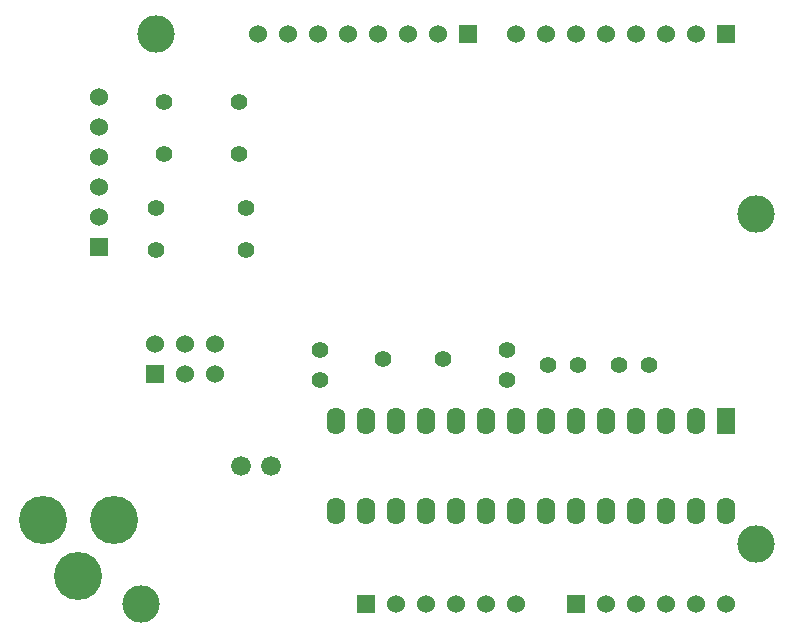
<source format=gbs>
G04 (created by PCBNEW (2013-07-07 BZR 4022)-stable) date 8/31/2013 11:23:59 AM*
%MOIN*%
G04 Gerber Fmt 3.4, Leading zero omitted, Abs format*
%FSLAX34Y34*%
G01*
G70*
G90*
G04 APERTURE LIST*
%ADD10C,0.00590551*%
%ADD11R,0.06X0.06*%
%ADD12C,0.06*%
%ADD13C,0.055*%
%ADD14C,0.066*%
%ADD15O,0.062X0.09*%
%ADD16R,0.062X0.09*%
%ADD17C,0.16*%
%ADD18C,0.125*%
%ADD19C,0.056*%
G04 APERTURE END LIST*
G54D10*
G54D11*
X89319Y-41579D03*
G54D12*
X88319Y-41579D03*
X87319Y-41579D03*
X86319Y-41579D03*
X85319Y-41579D03*
X84319Y-41579D03*
X83319Y-41579D03*
X82319Y-41579D03*
G54D11*
X80719Y-41579D03*
G54D12*
X79719Y-41579D03*
X78719Y-41579D03*
X77719Y-41579D03*
X76719Y-41579D03*
X75719Y-41579D03*
X74719Y-41579D03*
X73719Y-41579D03*
G54D11*
X84319Y-60579D03*
G54D12*
X85319Y-60579D03*
X86319Y-60579D03*
X87319Y-60579D03*
X88319Y-60579D03*
X89319Y-60579D03*
G54D11*
X68419Y-48679D03*
G54D12*
X68419Y-47679D03*
X68419Y-46679D03*
X68419Y-45679D03*
X68419Y-44679D03*
X68419Y-43679D03*
G54D11*
X77319Y-60579D03*
G54D12*
X78319Y-60579D03*
X79319Y-60579D03*
X80319Y-60579D03*
X81319Y-60579D03*
X82319Y-60579D03*
G54D13*
X70309Y-47370D03*
X73309Y-47370D03*
X70309Y-48770D03*
X73309Y-48770D03*
G54D11*
X70259Y-52920D03*
G54D12*
X70259Y-51920D03*
X71259Y-52920D03*
X71259Y-51920D03*
X72259Y-52920D03*
X72259Y-51920D03*
G54D14*
X73129Y-55970D03*
X74129Y-55970D03*
G54D15*
X88319Y-54470D03*
X87319Y-54470D03*
X86319Y-54470D03*
X85319Y-54470D03*
X84319Y-54470D03*
X83319Y-54470D03*
X82319Y-54470D03*
X81319Y-54470D03*
X80319Y-54470D03*
X79319Y-54470D03*
X78319Y-54470D03*
X77319Y-54470D03*
X76319Y-54470D03*
G54D16*
X89319Y-54470D03*
G54D15*
X76319Y-57470D03*
X77319Y-57470D03*
X78319Y-57470D03*
X79319Y-57470D03*
X80319Y-57470D03*
X81319Y-57470D03*
X82319Y-57470D03*
X83319Y-57470D03*
X84319Y-57470D03*
X85319Y-57470D03*
X86319Y-57470D03*
X87319Y-57470D03*
X88319Y-57470D03*
X89319Y-57470D03*
G54D13*
X82000Y-52120D03*
X82000Y-53120D03*
X75759Y-52120D03*
X75759Y-53120D03*
X83359Y-52620D03*
X84359Y-52620D03*
X85739Y-52620D03*
X86739Y-52620D03*
G54D17*
X68899Y-57779D03*
X66539Y-57779D03*
X67719Y-59629D03*
G54D18*
X70320Y-41579D03*
X69819Y-60579D03*
X90319Y-47579D03*
X90319Y-58579D03*
G54D13*
X73059Y-43840D03*
X73059Y-45580D03*
X70559Y-43840D03*
X70559Y-45580D03*
G54D19*
X79879Y-52410D03*
X77879Y-52410D03*
M02*

</source>
